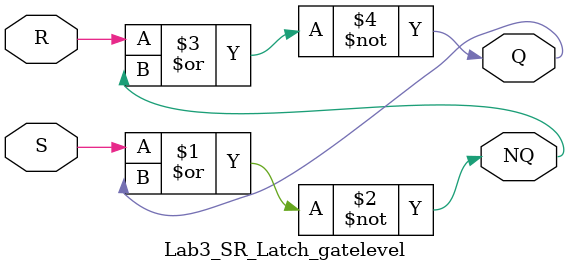
<source format=v>
module Lab3_SR_Latch_gatelevel(output Q, NQ ,input S,R);
	nor #(2) g1(NQ,S,Q);
	nor #(2) g2(Q,R,NQ);
endmodule

</source>
